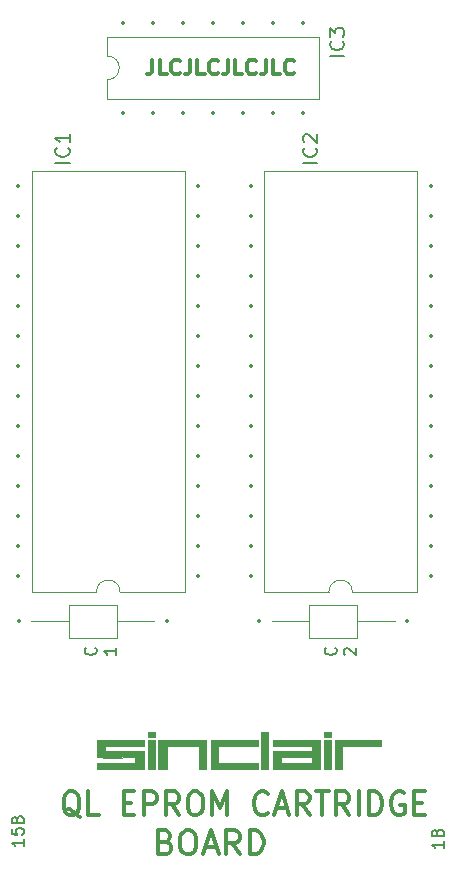
<source format=gbr>
%TF.GenerationSoftware,KiCad,Pcbnew,8.0.6+1*%
%TF.CreationDate,2024-12-27T19:20:12+01:00*%
%TF.ProjectId,QL_ROM_Cartridge_original,514c5f52-4f4d-45f4-9361-727472696467,0*%
%TF.SameCoordinates,Original*%
%TF.FileFunction,Legend,Top*%
%TF.FilePolarity,Positive*%
%FSLAX46Y46*%
G04 Gerber Fmt 4.6, Leading zero omitted, Abs format (unit mm)*
G04 Created by KiCad (PCBNEW 8.0.6+1) date 2024-12-27 19:20:12*
%MOMM*%
%LPD*%
G01*
G04 APERTURE LIST*
%ADD10C,0.100000*%
%ADD11C,0.300000*%
%ADD12C,0.350000*%
%ADD13C,0.150000*%
%ADD14C,0.120000*%
%ADD15C,0.350000*%
G04 APERTURE END LIST*
D10*
X90017653Y-124084744D02*
X89395362Y-124084744D01*
X89395362Y-123643521D01*
X90017653Y-123643521D01*
X90017653Y-124084744D01*
G36*
X90017653Y-124084744D02*
G01*
X89395362Y-124084744D01*
X89395362Y-123643521D01*
X90017653Y-123643521D01*
X90017653Y-124084744D01*
G37*
X75087037Y-126828061D02*
X74463711Y-126828061D01*
X74463711Y-124356442D01*
X75087037Y-124356442D01*
X75087037Y-126828061D01*
G36*
X75087037Y-126828061D02*
G01*
X74463711Y-126828061D01*
X74463711Y-124356442D01*
X75087037Y-124356442D01*
X75087037Y-126828061D01*
G37*
X84679969Y-126828061D02*
X84040149Y-126828061D01*
X84040149Y-123643490D01*
X84679969Y-123643490D01*
X84679969Y-126828061D01*
G36*
X84679969Y-126828061D02*
G01*
X84040149Y-126828061D01*
X84040149Y-123643490D01*
X84679969Y-123643490D01*
X84679969Y-126828061D01*
G37*
X79438697Y-126828061D02*
X78807640Y-126828061D01*
X78807640Y-124841031D01*
X76073062Y-124841031D01*
X76073062Y-126828061D01*
X75354360Y-126828061D01*
X75354360Y-124356442D01*
X79438697Y-124356442D01*
X79438697Y-126828061D01*
G36*
X79438697Y-126828061D02*
G01*
X78807640Y-126828061D01*
X78807640Y-124841031D01*
X76073062Y-124841031D01*
X76073062Y-126828061D01*
X75354360Y-126828061D01*
X75354360Y-124356442D01*
X79438697Y-124356442D01*
X79438697Y-126828061D01*
G37*
X75087037Y-124084744D02*
X74463711Y-124084744D01*
X74463711Y-123643521D01*
X75087037Y-123643521D01*
X75087037Y-124084744D01*
G36*
X75087037Y-124084744D02*
G01*
X74463711Y-124084744D01*
X74463711Y-123643521D01*
X75087037Y-123643521D01*
X75087037Y-124084744D01*
G37*
X83785973Y-124841031D02*
X80411575Y-124841031D01*
X80411575Y-126296414D01*
X83785974Y-126296414D01*
X83785954Y-126828030D01*
X79785075Y-126828061D01*
X79785075Y-124356442D01*
X83785973Y-124356442D01*
X83785973Y-124841031D01*
G36*
X83785973Y-124841031D02*
G01*
X80411575Y-124841031D01*
X80411575Y-126296414D01*
X83785974Y-126296414D01*
X83785954Y-126828030D01*
X79785075Y-126828061D01*
X79785075Y-124356442D01*
X83785973Y-124356442D01*
X83785973Y-124841031D01*
G37*
X74143313Y-124841000D02*
X70865993Y-124841000D01*
X70865993Y-125302975D01*
X74143313Y-125302975D01*
X74143313Y-126828030D01*
X70155907Y-126828030D01*
X70155907Y-126296414D01*
X73408602Y-126296414D01*
X73408602Y-125828885D01*
X71188516Y-125848385D01*
X70155907Y-125828885D01*
X70155907Y-124356412D01*
X74143313Y-124356412D01*
X74143313Y-124841000D01*
G36*
X74143313Y-124841000D02*
G01*
X70865993Y-124841000D01*
X70865993Y-125302975D01*
X74143313Y-125302975D01*
X74143313Y-126828030D01*
X70155907Y-126828030D01*
X70155907Y-126296414D01*
X73408602Y-126296414D01*
X73408602Y-125828885D01*
X71188516Y-125848385D01*
X70155907Y-125828885D01*
X70155907Y-124356412D01*
X74143313Y-124356412D01*
X74143313Y-124841000D01*
G37*
X89035491Y-126828061D02*
X88352366Y-126828061D01*
X85039321Y-126828061D01*
X85036035Y-126296414D01*
X85793082Y-126296414D01*
X88352366Y-126296414D01*
X88352366Y-125828915D01*
X85793082Y-125828915D01*
X85793082Y-126296414D01*
X85036035Y-126296414D01*
X85033921Y-125954281D01*
X85039321Y-125303006D01*
X88352366Y-125303006D01*
X88352366Y-124841031D01*
X85039321Y-124841031D01*
X85039321Y-124356442D01*
X89035491Y-124356442D01*
X89035491Y-126828061D01*
G36*
X89035491Y-126828061D02*
G01*
X88352366Y-126828061D01*
X85039321Y-126828061D01*
X85036035Y-126296414D01*
X85793082Y-126296414D01*
X88352366Y-126296414D01*
X88352366Y-125828915D01*
X85793082Y-125828915D01*
X85793082Y-126296414D01*
X85036035Y-126296414D01*
X85033921Y-125954281D01*
X85039321Y-125303006D01*
X88352366Y-125303006D01*
X88352366Y-124841031D01*
X85039321Y-124841031D01*
X85039321Y-124356442D01*
X89035491Y-124356442D01*
X89035491Y-126828061D01*
G37*
X90017653Y-126828061D02*
X89395362Y-126828061D01*
X89395362Y-124356442D01*
X90017653Y-124356442D01*
X90017653Y-126828061D01*
G36*
X90017653Y-126828061D02*
G01*
X89395362Y-126828061D01*
X89395362Y-124356442D01*
X90017653Y-124356442D01*
X90017653Y-126828061D01*
G37*
X94249223Y-124841031D02*
X90955476Y-124841031D01*
X90955476Y-126828061D01*
X90324420Y-126828061D01*
X90324418Y-124356442D01*
X94249223Y-124356442D01*
X94249223Y-124841031D01*
G36*
X94249223Y-124841031D02*
G01*
X90955476Y-124841031D01*
X90955476Y-126828061D01*
X90324420Y-126828061D01*
X90324418Y-124356442D01*
X94249223Y-124356442D01*
X94249223Y-124841031D01*
G37*
D11*
X74871189Y-66749673D02*
X74871189Y-67642530D01*
X74871189Y-67642530D02*
X74811666Y-67821102D01*
X74811666Y-67821102D02*
X74692618Y-67940150D01*
X74692618Y-67940150D02*
X74514047Y-67999673D01*
X74514047Y-67999673D02*
X74394999Y-67999673D01*
X76061666Y-67999673D02*
X75466428Y-67999673D01*
X75466428Y-67999673D02*
X75466428Y-66749673D01*
X77192618Y-67880626D02*
X77133094Y-67940150D01*
X77133094Y-67940150D02*
X76954523Y-67999673D01*
X76954523Y-67999673D02*
X76835475Y-67999673D01*
X76835475Y-67999673D02*
X76656904Y-67940150D01*
X76656904Y-67940150D02*
X76537856Y-67821102D01*
X76537856Y-67821102D02*
X76478333Y-67702054D01*
X76478333Y-67702054D02*
X76418809Y-67463959D01*
X76418809Y-67463959D02*
X76418809Y-67285388D01*
X76418809Y-67285388D02*
X76478333Y-67047292D01*
X76478333Y-67047292D02*
X76537856Y-66928245D01*
X76537856Y-66928245D02*
X76656904Y-66809197D01*
X76656904Y-66809197D02*
X76835475Y-66749673D01*
X76835475Y-66749673D02*
X76954523Y-66749673D01*
X76954523Y-66749673D02*
X77133094Y-66809197D01*
X77133094Y-66809197D02*
X77192618Y-66868721D01*
X78085475Y-66749673D02*
X78085475Y-67642530D01*
X78085475Y-67642530D02*
X78025952Y-67821102D01*
X78025952Y-67821102D02*
X77906904Y-67940150D01*
X77906904Y-67940150D02*
X77728333Y-67999673D01*
X77728333Y-67999673D02*
X77609285Y-67999673D01*
X79275952Y-67999673D02*
X78680714Y-67999673D01*
X78680714Y-67999673D02*
X78680714Y-66749673D01*
X80406904Y-67880626D02*
X80347380Y-67940150D01*
X80347380Y-67940150D02*
X80168809Y-67999673D01*
X80168809Y-67999673D02*
X80049761Y-67999673D01*
X80049761Y-67999673D02*
X79871190Y-67940150D01*
X79871190Y-67940150D02*
X79752142Y-67821102D01*
X79752142Y-67821102D02*
X79692619Y-67702054D01*
X79692619Y-67702054D02*
X79633095Y-67463959D01*
X79633095Y-67463959D02*
X79633095Y-67285388D01*
X79633095Y-67285388D02*
X79692619Y-67047292D01*
X79692619Y-67047292D02*
X79752142Y-66928245D01*
X79752142Y-66928245D02*
X79871190Y-66809197D01*
X79871190Y-66809197D02*
X80049761Y-66749673D01*
X80049761Y-66749673D02*
X80168809Y-66749673D01*
X80168809Y-66749673D02*
X80347380Y-66809197D01*
X80347380Y-66809197D02*
X80406904Y-66868721D01*
X81299761Y-66749673D02*
X81299761Y-67642530D01*
X81299761Y-67642530D02*
X81240238Y-67821102D01*
X81240238Y-67821102D02*
X81121190Y-67940150D01*
X81121190Y-67940150D02*
X80942619Y-67999673D01*
X80942619Y-67999673D02*
X80823571Y-67999673D01*
X82490238Y-67999673D02*
X81895000Y-67999673D01*
X81895000Y-67999673D02*
X81895000Y-66749673D01*
X83621190Y-67880626D02*
X83561666Y-67940150D01*
X83561666Y-67940150D02*
X83383095Y-67999673D01*
X83383095Y-67999673D02*
X83264047Y-67999673D01*
X83264047Y-67999673D02*
X83085476Y-67940150D01*
X83085476Y-67940150D02*
X82966428Y-67821102D01*
X82966428Y-67821102D02*
X82906905Y-67702054D01*
X82906905Y-67702054D02*
X82847381Y-67463959D01*
X82847381Y-67463959D02*
X82847381Y-67285388D01*
X82847381Y-67285388D02*
X82906905Y-67047292D01*
X82906905Y-67047292D02*
X82966428Y-66928245D01*
X82966428Y-66928245D02*
X83085476Y-66809197D01*
X83085476Y-66809197D02*
X83264047Y-66749673D01*
X83264047Y-66749673D02*
X83383095Y-66749673D01*
X83383095Y-66749673D02*
X83561666Y-66809197D01*
X83561666Y-66809197D02*
X83621190Y-66868721D01*
X84514047Y-66749673D02*
X84514047Y-67642530D01*
X84514047Y-67642530D02*
X84454524Y-67821102D01*
X84454524Y-67821102D02*
X84335476Y-67940150D01*
X84335476Y-67940150D02*
X84156905Y-67999673D01*
X84156905Y-67999673D02*
X84037857Y-67999673D01*
X85704524Y-67999673D02*
X85109286Y-67999673D01*
X85109286Y-67999673D02*
X85109286Y-66749673D01*
X86835476Y-67880626D02*
X86775952Y-67940150D01*
X86775952Y-67940150D02*
X86597381Y-67999673D01*
X86597381Y-67999673D02*
X86478333Y-67999673D01*
X86478333Y-67999673D02*
X86299762Y-67940150D01*
X86299762Y-67940150D02*
X86180714Y-67821102D01*
X86180714Y-67821102D02*
X86121191Y-67702054D01*
X86121191Y-67702054D02*
X86061667Y-67463959D01*
X86061667Y-67463959D02*
X86061667Y-67285388D01*
X86061667Y-67285388D02*
X86121191Y-67047292D01*
X86121191Y-67047292D02*
X86180714Y-66928245D01*
X86180714Y-66928245D02*
X86299762Y-66809197D01*
X86299762Y-66809197D02*
X86478333Y-66749673D01*
X86478333Y-66749673D02*
X86597381Y-66749673D01*
X86597381Y-66749673D02*
X86775952Y-66809197D01*
X86775952Y-66809197D02*
X86835476Y-66868721D01*
D12*
X75994088Y-132955419D02*
X76279802Y-133050657D01*
X76279802Y-133050657D02*
X76375040Y-133145895D01*
X76375040Y-133145895D02*
X76470278Y-133336371D01*
X76470278Y-133336371D02*
X76470278Y-133622085D01*
X76470278Y-133622085D02*
X76375040Y-133812561D01*
X76375040Y-133812561D02*
X76279802Y-133907800D01*
X76279802Y-133907800D02*
X76089326Y-134003038D01*
X76089326Y-134003038D02*
X75327421Y-134003038D01*
X75327421Y-134003038D02*
X75327421Y-132003038D01*
X75327421Y-132003038D02*
X75994088Y-132003038D01*
X75994088Y-132003038D02*
X76184564Y-132098276D01*
X76184564Y-132098276D02*
X76279802Y-132193514D01*
X76279802Y-132193514D02*
X76375040Y-132383990D01*
X76375040Y-132383990D02*
X76375040Y-132574466D01*
X76375040Y-132574466D02*
X76279802Y-132764942D01*
X76279802Y-132764942D02*
X76184564Y-132860180D01*
X76184564Y-132860180D02*
X75994088Y-132955419D01*
X75994088Y-132955419D02*
X75327421Y-132955419D01*
X77708373Y-132003038D02*
X78089326Y-132003038D01*
X78089326Y-132003038D02*
X78279802Y-132098276D01*
X78279802Y-132098276D02*
X78470278Y-132288752D01*
X78470278Y-132288752D02*
X78565516Y-132669704D01*
X78565516Y-132669704D02*
X78565516Y-133336371D01*
X78565516Y-133336371D02*
X78470278Y-133717323D01*
X78470278Y-133717323D02*
X78279802Y-133907800D01*
X78279802Y-133907800D02*
X78089326Y-134003038D01*
X78089326Y-134003038D02*
X77708373Y-134003038D01*
X77708373Y-134003038D02*
X77517897Y-133907800D01*
X77517897Y-133907800D02*
X77327421Y-133717323D01*
X77327421Y-133717323D02*
X77232183Y-133336371D01*
X77232183Y-133336371D02*
X77232183Y-132669704D01*
X77232183Y-132669704D02*
X77327421Y-132288752D01*
X77327421Y-132288752D02*
X77517897Y-132098276D01*
X77517897Y-132098276D02*
X77708373Y-132003038D01*
X79327421Y-133431609D02*
X80279802Y-133431609D01*
X79136945Y-134003038D02*
X79803611Y-132003038D01*
X79803611Y-132003038D02*
X80470278Y-134003038D01*
X82279802Y-134003038D02*
X81613135Y-133050657D01*
X81136945Y-134003038D02*
X81136945Y-132003038D01*
X81136945Y-132003038D02*
X81898850Y-132003038D01*
X81898850Y-132003038D02*
X82089326Y-132098276D01*
X82089326Y-132098276D02*
X82184564Y-132193514D01*
X82184564Y-132193514D02*
X82279802Y-132383990D01*
X82279802Y-132383990D02*
X82279802Y-132669704D01*
X82279802Y-132669704D02*
X82184564Y-132860180D01*
X82184564Y-132860180D02*
X82089326Y-132955419D01*
X82089326Y-132955419D02*
X81898850Y-133050657D01*
X81898850Y-133050657D02*
X81136945Y-133050657D01*
X83136945Y-134003038D02*
X83136945Y-132003038D01*
X83136945Y-132003038D02*
X83613135Y-132003038D01*
X83613135Y-132003038D02*
X83898850Y-132098276D01*
X83898850Y-132098276D02*
X84089326Y-132288752D01*
X84089326Y-132288752D02*
X84184564Y-132479228D01*
X84184564Y-132479228D02*
X84279802Y-132860180D01*
X84279802Y-132860180D02*
X84279802Y-133145895D01*
X84279802Y-133145895D02*
X84184564Y-133526847D01*
X84184564Y-133526847D02*
X84089326Y-133717323D01*
X84089326Y-133717323D02*
X83898850Y-133907800D01*
X83898850Y-133907800D02*
X83613135Y-134003038D01*
X83613135Y-134003038D02*
X83136945Y-134003038D01*
D13*
X90359608Y-116530476D02*
X90407228Y-116578095D01*
X90407228Y-116578095D02*
X90454847Y-116720952D01*
X90454847Y-116720952D02*
X90454847Y-116816190D01*
X90454847Y-116816190D02*
X90407228Y-116959047D01*
X90407228Y-116959047D02*
X90311989Y-117054285D01*
X90311989Y-117054285D02*
X90216751Y-117101904D01*
X90216751Y-117101904D02*
X90026275Y-117149523D01*
X90026275Y-117149523D02*
X89883418Y-117149523D01*
X89883418Y-117149523D02*
X89692942Y-117101904D01*
X89692942Y-117101904D02*
X89597704Y-117054285D01*
X89597704Y-117054285D02*
X89502466Y-116959047D01*
X89502466Y-116959047D02*
X89454847Y-116816190D01*
X89454847Y-116816190D02*
X89454847Y-116720952D01*
X89454847Y-116720952D02*
X89502466Y-116578095D01*
X89502466Y-116578095D02*
X89550085Y-116530476D01*
X91160029Y-117125713D02*
X91112410Y-117078094D01*
X91112410Y-117078094D02*
X91064791Y-116982856D01*
X91064791Y-116982856D02*
X91064791Y-116744761D01*
X91064791Y-116744761D02*
X91112410Y-116649523D01*
X91112410Y-116649523D02*
X91160029Y-116601904D01*
X91160029Y-116601904D02*
X91255267Y-116554285D01*
X91255267Y-116554285D02*
X91350505Y-116554285D01*
X91350505Y-116554285D02*
X91493362Y-116601904D01*
X91493362Y-116601904D02*
X92064791Y-117173332D01*
X92064791Y-117173332D02*
X92064791Y-116554285D01*
X88812342Y-75466428D02*
X87612342Y-75466428D01*
X88698057Y-74209285D02*
X88755200Y-74266428D01*
X88755200Y-74266428D02*
X88812342Y-74437856D01*
X88812342Y-74437856D02*
X88812342Y-74552142D01*
X88812342Y-74552142D02*
X88755200Y-74723571D01*
X88755200Y-74723571D02*
X88640914Y-74837856D01*
X88640914Y-74837856D02*
X88526628Y-74894999D01*
X88526628Y-74894999D02*
X88298057Y-74952142D01*
X88298057Y-74952142D02*
X88126628Y-74952142D01*
X88126628Y-74952142D02*
X87898057Y-74894999D01*
X87898057Y-74894999D02*
X87783771Y-74837856D01*
X87783771Y-74837856D02*
X87669485Y-74723571D01*
X87669485Y-74723571D02*
X87612342Y-74552142D01*
X87612342Y-74552142D02*
X87612342Y-74437856D01*
X87612342Y-74437856D02*
X87669485Y-74266428D01*
X87669485Y-74266428D02*
X87726628Y-74209285D01*
X87726628Y-73752142D02*
X87669485Y-73694999D01*
X87669485Y-73694999D02*
X87612342Y-73580714D01*
X87612342Y-73580714D02*
X87612342Y-73294999D01*
X87612342Y-73294999D02*
X87669485Y-73180714D01*
X87669485Y-73180714D02*
X87726628Y-73123571D01*
X87726628Y-73123571D02*
X87840914Y-73066428D01*
X87840914Y-73066428D02*
X87955200Y-73066428D01*
X87955200Y-73066428D02*
X88126628Y-73123571D01*
X88126628Y-73123571D02*
X88812342Y-73809285D01*
X88812342Y-73809285D02*
X88812342Y-73066428D01*
X91098335Y-66449428D02*
X89898335Y-66449428D01*
X90984050Y-65192285D02*
X91041193Y-65249428D01*
X91041193Y-65249428D02*
X91098335Y-65420856D01*
X91098335Y-65420856D02*
X91098335Y-65535142D01*
X91098335Y-65535142D02*
X91041193Y-65706571D01*
X91041193Y-65706571D02*
X90926907Y-65820856D01*
X90926907Y-65820856D02*
X90812621Y-65877999D01*
X90812621Y-65877999D02*
X90584050Y-65935142D01*
X90584050Y-65935142D02*
X90412621Y-65935142D01*
X90412621Y-65935142D02*
X90184050Y-65877999D01*
X90184050Y-65877999D02*
X90069764Y-65820856D01*
X90069764Y-65820856D02*
X89955478Y-65706571D01*
X89955478Y-65706571D02*
X89898335Y-65535142D01*
X89898335Y-65535142D02*
X89898335Y-65420856D01*
X89898335Y-65420856D02*
X89955478Y-65249428D01*
X89955478Y-65249428D02*
X90012621Y-65192285D01*
X89898335Y-64792285D02*
X89898335Y-64049428D01*
X89898335Y-64049428D02*
X90355478Y-64449428D01*
X90355478Y-64449428D02*
X90355478Y-64277999D01*
X90355478Y-64277999D02*
X90412621Y-64163714D01*
X90412621Y-64163714D02*
X90469764Y-64106571D01*
X90469764Y-64106571D02*
X90584050Y-64049428D01*
X90584050Y-64049428D02*
X90869764Y-64049428D01*
X90869764Y-64049428D02*
X90984050Y-64106571D01*
X90984050Y-64106571D02*
X91041193Y-64163714D01*
X91041193Y-64163714D02*
X91098335Y-64277999D01*
X91098335Y-64277999D02*
X91098335Y-64620856D01*
X91098335Y-64620856D02*
X91041193Y-64735142D01*
X91041193Y-64735142D02*
X90984050Y-64792285D01*
X99514819Y-132929285D02*
X99514819Y-133500713D01*
X99514819Y-133214999D02*
X98514819Y-133214999D01*
X98514819Y-133214999D02*
X98657676Y-133310237D01*
X98657676Y-133310237D02*
X98752914Y-133405475D01*
X98752914Y-133405475D02*
X98800533Y-133500713D01*
X98991009Y-132167380D02*
X99038628Y-132024523D01*
X99038628Y-132024523D02*
X99086247Y-131976904D01*
X99086247Y-131976904D02*
X99181485Y-131929285D01*
X99181485Y-131929285D02*
X99324342Y-131929285D01*
X99324342Y-131929285D02*
X99419580Y-131976904D01*
X99419580Y-131976904D02*
X99467200Y-132024523D01*
X99467200Y-132024523D02*
X99514819Y-132119761D01*
X99514819Y-132119761D02*
X99514819Y-132500713D01*
X99514819Y-132500713D02*
X98514819Y-132500713D01*
X98514819Y-132500713D02*
X98514819Y-132167380D01*
X98514819Y-132167380D02*
X98562438Y-132072142D01*
X98562438Y-132072142D02*
X98610057Y-132024523D01*
X98610057Y-132024523D02*
X98705295Y-131976904D01*
X98705295Y-131976904D02*
X98800533Y-131976904D01*
X98800533Y-131976904D02*
X98895771Y-132024523D01*
X98895771Y-132024523D02*
X98943390Y-132072142D01*
X98943390Y-132072142D02*
X98991009Y-132167380D01*
X98991009Y-132167380D02*
X98991009Y-132500713D01*
X63954819Y-132770476D02*
X63954819Y-133341904D01*
X63954819Y-133056190D02*
X62954819Y-133056190D01*
X62954819Y-133056190D02*
X63097676Y-133151428D01*
X63097676Y-133151428D02*
X63192914Y-133246666D01*
X63192914Y-133246666D02*
X63240533Y-133341904D01*
X62954819Y-131865714D02*
X62954819Y-132341904D01*
X62954819Y-132341904D02*
X63431009Y-132389523D01*
X63431009Y-132389523D02*
X63383390Y-132341904D01*
X63383390Y-132341904D02*
X63335771Y-132246666D01*
X63335771Y-132246666D02*
X63335771Y-132008571D01*
X63335771Y-132008571D02*
X63383390Y-131913333D01*
X63383390Y-131913333D02*
X63431009Y-131865714D01*
X63431009Y-131865714D02*
X63526247Y-131818095D01*
X63526247Y-131818095D02*
X63764342Y-131818095D01*
X63764342Y-131818095D02*
X63859580Y-131865714D01*
X63859580Y-131865714D02*
X63907200Y-131913333D01*
X63907200Y-131913333D02*
X63954819Y-132008571D01*
X63954819Y-132008571D02*
X63954819Y-132246666D01*
X63954819Y-132246666D02*
X63907200Y-132341904D01*
X63907200Y-132341904D02*
X63859580Y-132389523D01*
X63431009Y-131056190D02*
X63478628Y-130913333D01*
X63478628Y-130913333D02*
X63526247Y-130865714D01*
X63526247Y-130865714D02*
X63621485Y-130818095D01*
X63621485Y-130818095D02*
X63764342Y-130818095D01*
X63764342Y-130818095D02*
X63859580Y-130865714D01*
X63859580Y-130865714D02*
X63907200Y-130913333D01*
X63907200Y-130913333D02*
X63954819Y-131008571D01*
X63954819Y-131008571D02*
X63954819Y-131389523D01*
X63954819Y-131389523D02*
X62954819Y-131389523D01*
X62954819Y-131389523D02*
X62954819Y-131056190D01*
X62954819Y-131056190D02*
X63002438Y-130960952D01*
X63002438Y-130960952D02*
X63050057Y-130913333D01*
X63050057Y-130913333D02*
X63145295Y-130865714D01*
X63145295Y-130865714D02*
X63240533Y-130865714D01*
X63240533Y-130865714D02*
X63335771Y-130913333D01*
X63335771Y-130913333D02*
X63383390Y-130960952D01*
X63383390Y-130960952D02*
X63431009Y-131056190D01*
X63431009Y-131056190D02*
X63431009Y-131389523D01*
X67857342Y-75466428D02*
X66657342Y-75466428D01*
X67743057Y-74209285D02*
X67800200Y-74266428D01*
X67800200Y-74266428D02*
X67857342Y-74437856D01*
X67857342Y-74437856D02*
X67857342Y-74552142D01*
X67857342Y-74552142D02*
X67800200Y-74723571D01*
X67800200Y-74723571D02*
X67685914Y-74837856D01*
X67685914Y-74837856D02*
X67571628Y-74894999D01*
X67571628Y-74894999D02*
X67343057Y-74952142D01*
X67343057Y-74952142D02*
X67171628Y-74952142D01*
X67171628Y-74952142D02*
X66943057Y-74894999D01*
X66943057Y-74894999D02*
X66828771Y-74837856D01*
X66828771Y-74837856D02*
X66714485Y-74723571D01*
X66714485Y-74723571D02*
X66657342Y-74552142D01*
X66657342Y-74552142D02*
X66657342Y-74437856D01*
X66657342Y-74437856D02*
X66714485Y-74266428D01*
X66714485Y-74266428D02*
X66771628Y-74209285D01*
X67857342Y-73066428D02*
X67857342Y-73752142D01*
X67857342Y-73409285D02*
X66657342Y-73409285D01*
X66657342Y-73409285D02*
X66828771Y-73523571D01*
X66828771Y-73523571D02*
X66943057Y-73637856D01*
X66943057Y-73637856D02*
X67000200Y-73752142D01*
D12*
X68718266Y-130891514D02*
X68537314Y-130796276D01*
X68537314Y-130796276D02*
X68356361Y-130605800D01*
X68356361Y-130605800D02*
X68084933Y-130320085D01*
X68084933Y-130320085D02*
X67903980Y-130224847D01*
X67903980Y-130224847D02*
X67723028Y-130224847D01*
X67813504Y-130701038D02*
X67632552Y-130605800D01*
X67632552Y-130605800D02*
X67451599Y-130415323D01*
X67451599Y-130415323D02*
X67361123Y-130034371D01*
X67361123Y-130034371D02*
X67361123Y-129367704D01*
X67361123Y-129367704D02*
X67451599Y-128986752D01*
X67451599Y-128986752D02*
X67632552Y-128796276D01*
X67632552Y-128796276D02*
X67813504Y-128701038D01*
X67813504Y-128701038D02*
X68175409Y-128701038D01*
X68175409Y-128701038D02*
X68356361Y-128796276D01*
X68356361Y-128796276D02*
X68537314Y-128986752D01*
X68537314Y-128986752D02*
X68627790Y-129367704D01*
X68627790Y-129367704D02*
X68627790Y-130034371D01*
X68627790Y-130034371D02*
X68537314Y-130415323D01*
X68537314Y-130415323D02*
X68356361Y-130605800D01*
X68356361Y-130605800D02*
X68175409Y-130701038D01*
X68175409Y-130701038D02*
X67813504Y-130701038D01*
X70346837Y-130701038D02*
X69442075Y-130701038D01*
X69442075Y-130701038D02*
X69442075Y-128701038D01*
X72427789Y-129653419D02*
X73061123Y-129653419D01*
X73332551Y-130701038D02*
X72427789Y-130701038D01*
X72427789Y-130701038D02*
X72427789Y-128701038D01*
X72427789Y-128701038D02*
X73332551Y-128701038D01*
X74146837Y-130701038D02*
X74146837Y-128701038D01*
X74146837Y-128701038D02*
X74870647Y-128701038D01*
X74870647Y-128701038D02*
X75051599Y-128796276D01*
X75051599Y-128796276D02*
X75142076Y-128891514D01*
X75142076Y-128891514D02*
X75232552Y-129081990D01*
X75232552Y-129081990D02*
X75232552Y-129367704D01*
X75232552Y-129367704D02*
X75142076Y-129558180D01*
X75142076Y-129558180D02*
X75051599Y-129653419D01*
X75051599Y-129653419D02*
X74870647Y-129748657D01*
X74870647Y-129748657D02*
X74146837Y-129748657D01*
X77132552Y-130701038D02*
X76499218Y-129748657D01*
X76046837Y-130701038D02*
X76046837Y-128701038D01*
X76046837Y-128701038D02*
X76770647Y-128701038D01*
X76770647Y-128701038D02*
X76951599Y-128796276D01*
X76951599Y-128796276D02*
X77042076Y-128891514D01*
X77042076Y-128891514D02*
X77132552Y-129081990D01*
X77132552Y-129081990D02*
X77132552Y-129367704D01*
X77132552Y-129367704D02*
X77042076Y-129558180D01*
X77042076Y-129558180D02*
X76951599Y-129653419D01*
X76951599Y-129653419D02*
X76770647Y-129748657D01*
X76770647Y-129748657D02*
X76046837Y-129748657D01*
X78308742Y-128701038D02*
X78670647Y-128701038D01*
X78670647Y-128701038D02*
X78851599Y-128796276D01*
X78851599Y-128796276D02*
X79032552Y-128986752D01*
X79032552Y-128986752D02*
X79123028Y-129367704D01*
X79123028Y-129367704D02*
X79123028Y-130034371D01*
X79123028Y-130034371D02*
X79032552Y-130415323D01*
X79032552Y-130415323D02*
X78851599Y-130605800D01*
X78851599Y-130605800D02*
X78670647Y-130701038D01*
X78670647Y-130701038D02*
X78308742Y-130701038D01*
X78308742Y-130701038D02*
X78127790Y-130605800D01*
X78127790Y-130605800D02*
X77946837Y-130415323D01*
X77946837Y-130415323D02*
X77856361Y-130034371D01*
X77856361Y-130034371D02*
X77856361Y-129367704D01*
X77856361Y-129367704D02*
X77946837Y-128986752D01*
X77946837Y-128986752D02*
X78127790Y-128796276D01*
X78127790Y-128796276D02*
X78308742Y-128701038D01*
X79937313Y-130701038D02*
X79937313Y-128701038D01*
X79937313Y-128701038D02*
X80570647Y-130129609D01*
X80570647Y-130129609D02*
X81203980Y-128701038D01*
X81203980Y-128701038D02*
X81203980Y-130701038D01*
X84642076Y-130510561D02*
X84551600Y-130605800D01*
X84551600Y-130605800D02*
X84280171Y-130701038D01*
X84280171Y-130701038D02*
X84099219Y-130701038D01*
X84099219Y-130701038D02*
X83827790Y-130605800D01*
X83827790Y-130605800D02*
X83646838Y-130415323D01*
X83646838Y-130415323D02*
X83556361Y-130224847D01*
X83556361Y-130224847D02*
X83465885Y-129843895D01*
X83465885Y-129843895D02*
X83465885Y-129558180D01*
X83465885Y-129558180D02*
X83556361Y-129177228D01*
X83556361Y-129177228D02*
X83646838Y-128986752D01*
X83646838Y-128986752D02*
X83827790Y-128796276D01*
X83827790Y-128796276D02*
X84099219Y-128701038D01*
X84099219Y-128701038D02*
X84280171Y-128701038D01*
X84280171Y-128701038D02*
X84551600Y-128796276D01*
X84551600Y-128796276D02*
X84642076Y-128891514D01*
X85365885Y-130129609D02*
X86270647Y-130129609D01*
X85184933Y-130701038D02*
X85818266Y-128701038D01*
X85818266Y-128701038D02*
X86451600Y-130701038D01*
X88170647Y-130701038D02*
X87537313Y-129748657D01*
X87084932Y-130701038D02*
X87084932Y-128701038D01*
X87084932Y-128701038D02*
X87808742Y-128701038D01*
X87808742Y-128701038D02*
X87989694Y-128796276D01*
X87989694Y-128796276D02*
X88080171Y-128891514D01*
X88080171Y-128891514D02*
X88170647Y-129081990D01*
X88170647Y-129081990D02*
X88170647Y-129367704D01*
X88170647Y-129367704D02*
X88080171Y-129558180D01*
X88080171Y-129558180D02*
X87989694Y-129653419D01*
X87989694Y-129653419D02*
X87808742Y-129748657D01*
X87808742Y-129748657D02*
X87084932Y-129748657D01*
X88713504Y-128701038D02*
X89799218Y-128701038D01*
X89256361Y-130701038D02*
X89256361Y-128701038D01*
X91518266Y-130701038D02*
X90884932Y-129748657D01*
X90432551Y-130701038D02*
X90432551Y-128701038D01*
X90432551Y-128701038D02*
X91156361Y-128701038D01*
X91156361Y-128701038D02*
X91337313Y-128796276D01*
X91337313Y-128796276D02*
X91427790Y-128891514D01*
X91427790Y-128891514D02*
X91518266Y-129081990D01*
X91518266Y-129081990D02*
X91518266Y-129367704D01*
X91518266Y-129367704D02*
X91427790Y-129558180D01*
X91427790Y-129558180D02*
X91337313Y-129653419D01*
X91337313Y-129653419D02*
X91156361Y-129748657D01*
X91156361Y-129748657D02*
X90432551Y-129748657D01*
X92332551Y-130701038D02*
X92332551Y-128701038D01*
X93237313Y-130701038D02*
X93237313Y-128701038D01*
X93237313Y-128701038D02*
X93689694Y-128701038D01*
X93689694Y-128701038D02*
X93961123Y-128796276D01*
X93961123Y-128796276D02*
X94142075Y-128986752D01*
X94142075Y-128986752D02*
X94232552Y-129177228D01*
X94232552Y-129177228D02*
X94323028Y-129558180D01*
X94323028Y-129558180D02*
X94323028Y-129843895D01*
X94323028Y-129843895D02*
X94232552Y-130224847D01*
X94232552Y-130224847D02*
X94142075Y-130415323D01*
X94142075Y-130415323D02*
X93961123Y-130605800D01*
X93961123Y-130605800D02*
X93689694Y-130701038D01*
X93689694Y-130701038D02*
X93237313Y-130701038D01*
X96132552Y-128796276D02*
X95951599Y-128701038D01*
X95951599Y-128701038D02*
X95680171Y-128701038D01*
X95680171Y-128701038D02*
X95408742Y-128796276D01*
X95408742Y-128796276D02*
X95227790Y-128986752D01*
X95227790Y-128986752D02*
X95137313Y-129177228D01*
X95137313Y-129177228D02*
X95046837Y-129558180D01*
X95046837Y-129558180D02*
X95046837Y-129843895D01*
X95046837Y-129843895D02*
X95137313Y-130224847D01*
X95137313Y-130224847D02*
X95227790Y-130415323D01*
X95227790Y-130415323D02*
X95408742Y-130605800D01*
X95408742Y-130605800D02*
X95680171Y-130701038D01*
X95680171Y-130701038D02*
X95861123Y-130701038D01*
X95861123Y-130701038D02*
X96132552Y-130605800D01*
X96132552Y-130605800D02*
X96223028Y-130510561D01*
X96223028Y-130510561D02*
X96223028Y-129843895D01*
X96223028Y-129843895D02*
X95861123Y-129843895D01*
X97037313Y-129653419D02*
X97670647Y-129653419D01*
X97942075Y-130701038D02*
X97037313Y-130701038D01*
X97037313Y-130701038D02*
X97037313Y-128701038D01*
X97037313Y-128701038D02*
X97942075Y-128701038D01*
D13*
X70039608Y-116530476D02*
X70087228Y-116578095D01*
X70087228Y-116578095D02*
X70134847Y-116720952D01*
X70134847Y-116720952D02*
X70134847Y-116816190D01*
X70134847Y-116816190D02*
X70087228Y-116959047D01*
X70087228Y-116959047D02*
X69991989Y-117054285D01*
X69991989Y-117054285D02*
X69896751Y-117101904D01*
X69896751Y-117101904D02*
X69706275Y-117149523D01*
X69706275Y-117149523D02*
X69563418Y-117149523D01*
X69563418Y-117149523D02*
X69372942Y-117101904D01*
X69372942Y-117101904D02*
X69277704Y-117054285D01*
X69277704Y-117054285D02*
X69182466Y-116959047D01*
X69182466Y-116959047D02*
X69134847Y-116816190D01*
X69134847Y-116816190D02*
X69134847Y-116720952D01*
X69134847Y-116720952D02*
X69182466Y-116578095D01*
X69182466Y-116578095D02*
X69230085Y-116530476D01*
X71744791Y-116554285D02*
X71744791Y-117125713D01*
X71744791Y-116839999D02*
X70744791Y-116839999D01*
X70744791Y-116839999D02*
X70887648Y-116935237D01*
X70887648Y-116935237D02*
X70982886Y-117030475D01*
X70982886Y-117030475D02*
X71030505Y-117125713D01*
D14*
%TO.C,IC3*%
X71060000Y-70087000D02*
X88960000Y-70087000D01*
X88960000Y-70087000D02*
X88960000Y-64787000D01*
X71060000Y-68437000D02*
X71060000Y-70087000D01*
X71060000Y-64787000D02*
X71060000Y-66437000D01*
X88960000Y-64787000D02*
X71060000Y-64787000D01*
X71060000Y-66437000D02*
G75*
G02*
X71060000Y-68437000I0J-1000000D01*
G01*
%TO.C,IC2*%
X84345000Y-76140000D02*
X84345000Y-111820000D01*
X84345000Y-111820000D02*
X89805000Y-111820000D01*
X91805000Y-111820000D02*
X97265000Y-111820000D01*
X97265000Y-76140000D02*
X84345000Y-76140000D01*
X97265000Y-111820000D02*
X97265000Y-76140000D01*
X89805000Y-111820000D02*
G75*
G02*
X91805000Y-111820000I1000000J0D01*
G01*
%TO.C,IC1*%
X64665000Y-76130000D02*
X64665000Y-111810000D01*
X64665000Y-111810000D02*
X70125000Y-111810000D01*
X72125000Y-111810000D02*
X77585000Y-111810000D01*
X77585000Y-76130000D02*
X64665000Y-76130000D01*
X77585000Y-111810000D02*
X77585000Y-76130000D01*
X70125000Y-111810000D02*
G75*
G02*
X72125000Y-111810000I1000000J0D01*
G01*
%TO.C,C1*%
X64620000Y-114300000D02*
X67810000Y-114300000D01*
X67810000Y-112880000D02*
X67810000Y-115720000D01*
X67810000Y-115720000D02*
X71850000Y-115720000D01*
X71850000Y-112880000D02*
X67810000Y-112880000D01*
X71850000Y-115720000D02*
X71850000Y-112880000D01*
X75040000Y-114300000D02*
X71850000Y-114300000D01*
%TO.C,C2*%
X84960000Y-114300000D02*
X88150000Y-114300000D01*
X88150000Y-112880000D02*
X88150000Y-115720000D01*
X88150000Y-115720000D02*
X92190000Y-115720000D01*
X92190000Y-112880000D02*
X88150000Y-112880000D01*
X92190000Y-115720000D02*
X92190000Y-112880000D01*
X95380000Y-114300000D02*
X92190000Y-114300000D01*
%TD*%
D15*
X72390000Y-71247000D03*
X74930000Y-71247000D03*
X77470000Y-71247000D03*
X80010000Y-71247000D03*
X82550000Y-71247000D03*
X85090000Y-71247000D03*
X87630000Y-71247000D03*
X87630000Y-63627000D03*
X85090000Y-63627000D03*
X82550000Y-63627000D03*
X80010000Y-63627000D03*
X77470000Y-63627000D03*
X74930000Y-63627000D03*
X72390000Y-63627000D03*
X98425000Y-110490000D03*
X98425000Y-107950000D03*
X98425000Y-105410000D03*
X98425000Y-102870000D03*
X98425000Y-100330000D03*
X98425000Y-97790000D03*
X98425000Y-95250000D03*
X98425000Y-92710000D03*
X98425000Y-90170000D03*
X98425000Y-87630000D03*
X98425000Y-85090000D03*
X98425000Y-82550000D03*
X98425000Y-80010000D03*
X98425000Y-77470000D03*
X83185000Y-77470000D03*
X83185000Y-80010000D03*
X83185000Y-82550000D03*
X83185000Y-85090000D03*
X83185000Y-87630000D03*
X83185000Y-90170000D03*
X83185000Y-92710000D03*
X83185000Y-95250000D03*
X83185000Y-97790000D03*
X83185000Y-100330000D03*
X83185000Y-102870000D03*
X83185000Y-105410000D03*
X83185000Y-107950000D03*
X83185000Y-110490000D03*
X78745000Y-110480000D03*
X78745000Y-107940000D03*
X78745000Y-105400000D03*
X78745000Y-102860000D03*
X78745000Y-100320000D03*
X78745000Y-97780000D03*
X78745000Y-95240000D03*
X78745000Y-92700000D03*
X78745000Y-90160000D03*
X78745000Y-87620000D03*
X78745000Y-85080000D03*
X78745000Y-82540000D03*
X78745000Y-80000000D03*
X78745000Y-77460000D03*
X63505000Y-77460000D03*
X63505000Y-80000000D03*
X63505000Y-82540000D03*
X63505000Y-85080000D03*
X63505000Y-87620000D03*
X63505000Y-90160000D03*
X63505000Y-92700000D03*
X63505000Y-95240000D03*
X63505000Y-97780000D03*
X63505000Y-100320000D03*
X63505000Y-102860000D03*
X63505000Y-105400000D03*
X63505000Y-107940000D03*
X63505000Y-110480000D03*
X63580000Y-114300000D03*
X76080000Y-114300000D03*
X96420000Y-114300000D03*
X83920000Y-114300000D03*
M02*

</source>
